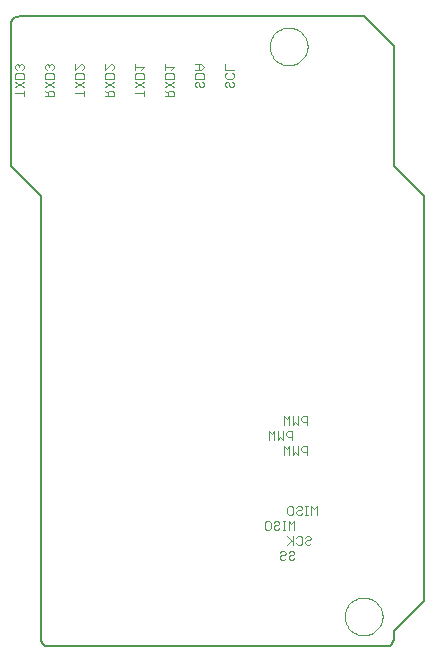
<source format=gbo>
G75*
G70*
%OFA0B0*%
%FSLAX24Y24*%
%IPPOS*%
%LPD*%
%AMOC8*
5,1,8,0,0,1.08239X$1,22.5*
%
%ADD10C,0.0040*%
%ADD11C,0.0050*%
%ADD12C,0.0000*%
D10*
X009213Y004442D02*
X009213Y004629D01*
X009260Y004675D01*
X009353Y004675D01*
X009400Y004629D01*
X009400Y004442D01*
X009353Y004395D01*
X009260Y004395D01*
X009213Y004442D01*
X009507Y004442D02*
X009554Y004395D01*
X009648Y004395D01*
X009694Y004442D01*
X009648Y004535D02*
X009694Y004582D01*
X009694Y004629D01*
X009648Y004675D01*
X009554Y004675D01*
X009507Y004629D01*
X009554Y004535D02*
X009507Y004488D01*
X009507Y004442D01*
X009554Y004535D02*
X009648Y004535D01*
X009797Y004395D02*
X009891Y004395D01*
X009844Y004395D02*
X009844Y004675D01*
X009891Y004675D02*
X009797Y004675D01*
X009999Y004675D02*
X009999Y004395D01*
X010185Y004395D02*
X010185Y004675D01*
X010092Y004582D01*
X009999Y004675D01*
X010010Y004895D02*
X009963Y004942D01*
X009963Y005129D01*
X010010Y005175D01*
X010103Y005175D01*
X010150Y005129D01*
X010150Y004942D01*
X010103Y004895D01*
X010010Y004895D01*
X010257Y004942D02*
X010304Y004895D01*
X010398Y004895D01*
X010444Y004942D01*
X010398Y005035D02*
X010304Y005035D01*
X010257Y004988D01*
X010257Y004942D01*
X010398Y005035D02*
X010444Y005082D01*
X010444Y005129D01*
X010398Y005175D01*
X010304Y005175D01*
X010257Y005129D01*
X010547Y005175D02*
X010641Y005175D01*
X010594Y005175D02*
X010594Y004895D01*
X010641Y004895D02*
X010547Y004895D01*
X010749Y004895D02*
X010749Y005175D01*
X010842Y005082D01*
X010935Y005175D01*
X010935Y004895D01*
X010692Y004175D02*
X010599Y004175D01*
X010552Y004129D01*
X010599Y004035D02*
X010552Y003988D01*
X010552Y003942D01*
X010599Y003895D01*
X010692Y003895D01*
X010739Y003942D01*
X010692Y004035D02*
X010599Y004035D01*
X010692Y004035D02*
X010739Y004082D01*
X010739Y004129D01*
X010692Y004175D01*
X010444Y004129D02*
X010444Y003942D01*
X010398Y003895D01*
X010304Y003895D01*
X010257Y003942D01*
X010150Y003988D02*
X009963Y004175D01*
X010150Y004175D02*
X010150Y003895D01*
X010103Y004035D02*
X009963Y003895D01*
X010054Y003675D02*
X010148Y003675D01*
X010194Y003629D01*
X010194Y003582D01*
X010148Y003535D01*
X010054Y003535D01*
X010007Y003488D01*
X010007Y003442D01*
X010054Y003395D01*
X010148Y003395D01*
X010194Y003442D01*
X010007Y003629D02*
X010054Y003675D01*
X009900Y003629D02*
X009900Y003582D01*
X009853Y003535D01*
X009760Y003535D01*
X009713Y003488D01*
X009713Y003442D01*
X009760Y003395D01*
X009853Y003395D01*
X009900Y003442D01*
X009900Y003629D02*
X009853Y003675D01*
X009760Y003675D01*
X009713Y003629D01*
X010257Y004129D02*
X010304Y004175D01*
X010398Y004175D01*
X010444Y004129D01*
X010319Y006895D02*
X010226Y006988D01*
X010132Y006895D01*
X010132Y007175D01*
X010025Y007175D02*
X009931Y007082D01*
X009838Y007175D01*
X009838Y006895D01*
X010025Y006895D02*
X010025Y007175D01*
X010114Y007395D02*
X010114Y007675D01*
X009974Y007675D01*
X009927Y007629D01*
X009927Y007535D01*
X009974Y007488D01*
X010114Y007488D01*
X010319Y007175D02*
X010319Y006895D01*
X010427Y007035D02*
X010474Y006988D01*
X010614Y006988D01*
X010614Y006895D02*
X010614Y007175D01*
X010474Y007175D01*
X010427Y007129D01*
X010427Y007035D01*
X009819Y007395D02*
X009726Y007488D01*
X009632Y007395D01*
X009632Y007675D01*
X009525Y007675D02*
X009431Y007582D01*
X009338Y007675D01*
X009338Y007395D01*
X009525Y007395D02*
X009525Y007675D01*
X009819Y007675D02*
X009819Y007395D01*
X009838Y007895D02*
X009838Y008175D01*
X009931Y008082D01*
X010025Y008175D01*
X010025Y007895D01*
X010132Y007895D02*
X010132Y008175D01*
X010319Y008175D02*
X010319Y007895D01*
X010226Y007988D01*
X010132Y007895D01*
X010427Y008035D02*
X010474Y007988D01*
X010614Y007988D01*
X010614Y007895D02*
X010614Y008175D01*
X010474Y008175D01*
X010427Y008129D01*
X010427Y008035D01*
X006168Y018841D02*
X005888Y018841D01*
X005981Y018841D02*
X005981Y018982D01*
X006028Y019028D01*
X006121Y019028D01*
X006168Y018982D01*
X006168Y018841D01*
X006168Y019136D02*
X005888Y019323D01*
X005888Y019431D02*
X005888Y019571D01*
X005934Y019618D01*
X006121Y019618D01*
X006168Y019571D01*
X006168Y019431D01*
X005888Y019431D01*
X005888Y019136D02*
X006168Y019323D01*
X005888Y019028D02*
X005981Y018935D01*
X006074Y019725D02*
X006168Y019819D01*
X005888Y019819D01*
X005888Y019912D02*
X005888Y019725D01*
X005168Y019819D02*
X004888Y019819D01*
X004888Y019912D02*
X004888Y019725D01*
X004934Y019618D02*
X005121Y019618D01*
X005168Y019571D01*
X005168Y019431D01*
X004888Y019431D01*
X004888Y019571D01*
X004934Y019618D01*
X005074Y019725D02*
X005168Y019819D01*
X005168Y019323D02*
X004888Y019136D01*
X004888Y019323D02*
X005168Y019136D01*
X005168Y019028D02*
X005168Y018841D01*
X005168Y018935D02*
X004888Y018935D01*
X004168Y018982D02*
X004121Y019028D01*
X004028Y019028D01*
X003981Y018982D01*
X003981Y018841D01*
X003888Y018841D02*
X004168Y018841D01*
X004168Y018982D01*
X004168Y019136D02*
X003888Y019323D01*
X003888Y019431D02*
X003888Y019571D01*
X003934Y019618D01*
X004121Y019618D01*
X004168Y019571D01*
X004168Y019431D01*
X003888Y019431D01*
X003888Y019136D02*
X004168Y019323D01*
X004121Y019725D02*
X004168Y019772D01*
X004168Y019865D01*
X004121Y019912D01*
X004074Y019912D01*
X003888Y019725D01*
X003888Y019912D01*
X003168Y019865D02*
X003168Y019772D01*
X003121Y019725D01*
X003121Y019618D02*
X002934Y019618D01*
X002888Y019571D01*
X002888Y019431D01*
X003168Y019431D01*
X003168Y019571D01*
X003121Y019618D01*
X003168Y019865D02*
X003121Y019912D01*
X003074Y019912D01*
X002888Y019725D01*
X002888Y019912D01*
X002888Y019323D02*
X003168Y019136D01*
X003168Y019028D02*
X003168Y018841D01*
X003168Y018935D02*
X002888Y018935D01*
X002888Y019136D02*
X003168Y019323D01*
X003888Y019028D02*
X003981Y018935D01*
X002168Y018982D02*
X002121Y019028D01*
X002028Y019028D01*
X001981Y018982D01*
X001981Y018841D01*
X001888Y018841D02*
X002168Y018841D01*
X002168Y018982D01*
X002168Y019136D02*
X001888Y019323D01*
X001888Y019431D02*
X001888Y019571D01*
X001934Y019618D01*
X002121Y019618D01*
X002168Y019571D01*
X002168Y019431D01*
X001888Y019431D01*
X001888Y019136D02*
X002168Y019323D01*
X002121Y019725D02*
X002168Y019772D01*
X002168Y019865D01*
X002121Y019912D01*
X002074Y019912D01*
X002028Y019865D01*
X001981Y019912D01*
X001934Y019912D01*
X001888Y019865D01*
X001888Y019772D01*
X001934Y019725D01*
X002028Y019819D02*
X002028Y019865D01*
X001888Y019028D02*
X001981Y018935D01*
X001168Y018935D02*
X000888Y018935D01*
X000888Y019136D02*
X001168Y019323D01*
X001168Y019431D02*
X001168Y019571D01*
X001121Y019618D01*
X000934Y019618D01*
X000888Y019571D01*
X000888Y019431D01*
X001168Y019431D01*
X001168Y019136D02*
X000888Y019323D01*
X000934Y019725D02*
X000888Y019772D01*
X000888Y019865D01*
X000934Y019912D01*
X000981Y019912D01*
X001028Y019865D01*
X001028Y019819D01*
X001028Y019865D02*
X001074Y019912D01*
X001121Y019912D01*
X001168Y019865D01*
X001168Y019772D01*
X001121Y019725D01*
X001168Y019028D02*
X001168Y018841D01*
X006888Y019183D02*
X006934Y019136D01*
X006888Y019183D02*
X006888Y019276D01*
X006934Y019323D01*
X006981Y019323D01*
X007028Y019276D01*
X007028Y019183D01*
X007074Y019136D01*
X007121Y019136D01*
X007168Y019183D01*
X007168Y019276D01*
X007121Y019323D01*
X007168Y019431D02*
X007168Y019571D01*
X007121Y019618D01*
X006934Y019618D01*
X006888Y019571D01*
X006888Y019431D01*
X007168Y019431D01*
X007074Y019725D02*
X006888Y019725D01*
X007028Y019725D02*
X007028Y019912D01*
X007074Y019912D02*
X006888Y019912D01*
X007074Y019912D02*
X007168Y019819D01*
X007074Y019725D01*
X007888Y019725D02*
X007888Y019912D01*
X007888Y019725D02*
X008168Y019725D01*
X008121Y019618D02*
X008168Y019571D01*
X008168Y019477D01*
X008121Y019431D01*
X007934Y019431D01*
X007888Y019477D01*
X007888Y019571D01*
X007934Y019618D01*
X007934Y019323D02*
X007888Y019276D01*
X007888Y019183D01*
X007934Y019136D01*
X008028Y019183D02*
X008028Y019276D01*
X007981Y019323D01*
X007934Y019323D01*
X008028Y019183D02*
X008074Y019136D01*
X008121Y019136D01*
X008168Y019183D01*
X008168Y019276D01*
X008121Y019323D01*
D11*
X001750Y015500D02*
X001750Y000750D01*
X001752Y000720D01*
X001757Y000690D01*
X001766Y000661D01*
X001779Y000634D01*
X001794Y000608D01*
X001813Y000584D01*
X001834Y000563D01*
X001858Y000544D01*
X001884Y000529D01*
X001911Y000516D01*
X001940Y000507D01*
X001970Y000502D01*
X002000Y000500D01*
X013250Y000500D01*
X013280Y000502D01*
X013310Y000507D01*
X013339Y000516D01*
X013366Y000529D01*
X013392Y000544D01*
X013416Y000563D01*
X013437Y000584D01*
X013456Y000608D01*
X013471Y000634D01*
X013484Y000661D01*
X013493Y000690D01*
X013498Y000720D01*
X013500Y000750D01*
X013500Y001000D01*
X014500Y002000D01*
X014500Y015500D01*
X013500Y016500D01*
X013500Y020500D01*
X012500Y021500D01*
X001000Y021500D01*
X000970Y021498D01*
X000940Y021493D01*
X000911Y021484D01*
X000884Y021471D01*
X000858Y021456D01*
X000834Y021437D01*
X000813Y021416D01*
X000794Y021392D01*
X000779Y021366D01*
X000766Y021339D01*
X000757Y021310D01*
X000752Y021280D01*
X000750Y021250D01*
X000750Y016500D01*
X001750Y015500D01*
D12*
X009370Y020500D02*
X009372Y020550D01*
X009378Y020600D01*
X009388Y020649D01*
X009402Y020697D01*
X009419Y020744D01*
X009440Y020789D01*
X009465Y020833D01*
X009493Y020874D01*
X009525Y020913D01*
X009559Y020950D01*
X009596Y020984D01*
X009636Y021014D01*
X009678Y021041D01*
X009722Y021065D01*
X009768Y021086D01*
X009815Y021102D01*
X009863Y021115D01*
X009913Y021124D01*
X009962Y021129D01*
X010013Y021130D01*
X010063Y021127D01*
X010112Y021120D01*
X010161Y021109D01*
X010209Y021094D01*
X010255Y021076D01*
X010300Y021054D01*
X010343Y021028D01*
X010384Y020999D01*
X010423Y020967D01*
X010459Y020932D01*
X010491Y020894D01*
X010521Y020854D01*
X010548Y020811D01*
X010571Y020767D01*
X010590Y020721D01*
X010606Y020673D01*
X010618Y020624D01*
X010626Y020575D01*
X010630Y020525D01*
X010630Y020475D01*
X010626Y020425D01*
X010618Y020376D01*
X010606Y020327D01*
X010590Y020279D01*
X010571Y020233D01*
X010548Y020189D01*
X010521Y020146D01*
X010491Y020106D01*
X010459Y020068D01*
X010423Y020033D01*
X010384Y020001D01*
X010343Y019972D01*
X010300Y019946D01*
X010255Y019924D01*
X010209Y019906D01*
X010161Y019891D01*
X010112Y019880D01*
X010063Y019873D01*
X010013Y019870D01*
X009962Y019871D01*
X009913Y019876D01*
X009863Y019885D01*
X009815Y019898D01*
X009768Y019914D01*
X009722Y019935D01*
X009678Y019959D01*
X009636Y019986D01*
X009596Y020016D01*
X009559Y020050D01*
X009525Y020087D01*
X009493Y020126D01*
X009465Y020167D01*
X009440Y020211D01*
X009419Y020256D01*
X009402Y020303D01*
X009388Y020351D01*
X009378Y020400D01*
X009372Y020450D01*
X009370Y020500D01*
X011870Y001500D02*
X011872Y001550D01*
X011878Y001600D01*
X011888Y001649D01*
X011902Y001697D01*
X011919Y001744D01*
X011940Y001789D01*
X011965Y001833D01*
X011993Y001874D01*
X012025Y001913D01*
X012059Y001950D01*
X012096Y001984D01*
X012136Y002014D01*
X012178Y002041D01*
X012222Y002065D01*
X012268Y002086D01*
X012315Y002102D01*
X012363Y002115D01*
X012413Y002124D01*
X012462Y002129D01*
X012513Y002130D01*
X012563Y002127D01*
X012612Y002120D01*
X012661Y002109D01*
X012709Y002094D01*
X012755Y002076D01*
X012800Y002054D01*
X012843Y002028D01*
X012884Y001999D01*
X012923Y001967D01*
X012959Y001932D01*
X012991Y001894D01*
X013021Y001854D01*
X013048Y001811D01*
X013071Y001767D01*
X013090Y001721D01*
X013106Y001673D01*
X013118Y001624D01*
X013126Y001575D01*
X013130Y001525D01*
X013130Y001475D01*
X013126Y001425D01*
X013118Y001376D01*
X013106Y001327D01*
X013090Y001279D01*
X013071Y001233D01*
X013048Y001189D01*
X013021Y001146D01*
X012991Y001106D01*
X012959Y001068D01*
X012923Y001033D01*
X012884Y001001D01*
X012843Y000972D01*
X012800Y000946D01*
X012755Y000924D01*
X012709Y000906D01*
X012661Y000891D01*
X012612Y000880D01*
X012563Y000873D01*
X012513Y000870D01*
X012462Y000871D01*
X012413Y000876D01*
X012363Y000885D01*
X012315Y000898D01*
X012268Y000914D01*
X012222Y000935D01*
X012178Y000959D01*
X012136Y000986D01*
X012096Y001016D01*
X012059Y001050D01*
X012025Y001087D01*
X011993Y001126D01*
X011965Y001167D01*
X011940Y001211D01*
X011919Y001256D01*
X011902Y001303D01*
X011888Y001351D01*
X011878Y001400D01*
X011872Y001450D01*
X011870Y001500D01*
M02*

</source>
